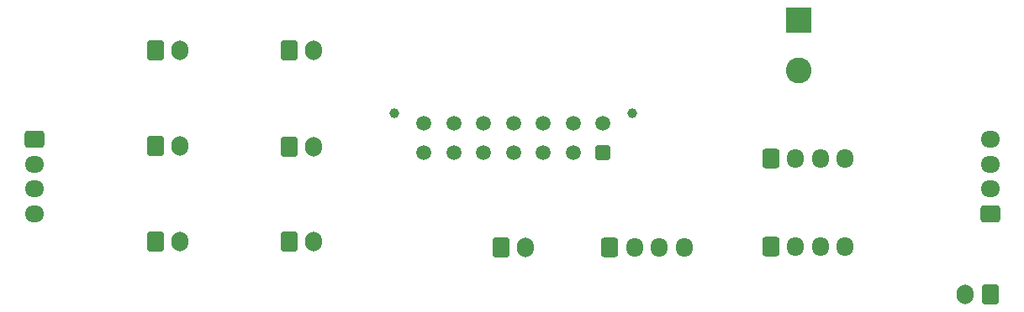
<source format=gbr>
%TF.GenerationSoftware,KiCad,Pcbnew,(6.0.0)*%
%TF.CreationDate,2022-01-12T18:20:28+01:00*%
%TF.ProjectId,Frame_PCB,4672616d-655f-4504-9342-2e6b69636164,rev?*%
%TF.SameCoordinates,Original*%
%TF.FileFunction,Soldermask,Top*%
%TF.FilePolarity,Negative*%
%FSLAX46Y46*%
G04 Gerber Fmt 4.6, Leading zero omitted, Abs format (unit mm)*
G04 Created by KiCad (PCBNEW (6.0.0)) date 2022-01-12 18:20:28*
%MOMM*%
%LPD*%
G01*
G04 APERTURE LIST*
G04 Aperture macros list*
%AMRoundRect*
0 Rectangle with rounded corners*
0 $1 Rounding radius*
0 $2 $3 $4 $5 $6 $7 $8 $9 X,Y pos of 4 corners*
0 Add a 4 corners polygon primitive as box body*
4,1,4,$2,$3,$4,$5,$6,$7,$8,$9,$2,$3,0*
0 Add four circle primitives for the rounded corners*
1,1,$1+$1,$2,$3*
1,1,$1+$1,$4,$5*
1,1,$1+$1,$6,$7*
1,1,$1+$1,$8,$9*
0 Add four rect primitives between the rounded corners*
20,1,$1+$1,$2,$3,$4,$5,0*
20,1,$1+$1,$4,$5,$6,$7,0*
20,1,$1+$1,$6,$7,$8,$9,0*
20,1,$1+$1,$8,$9,$2,$3,0*%
G04 Aperture macros list end*
%ADD10C,1.000000*%
%ADD11RoundRect,0.250000X0.500000X0.500000X-0.500000X0.500000X-0.500000X-0.500000X0.500000X-0.500000X0*%
%ADD12C,1.500000*%
%ADD13RoundRect,0.250000X0.600000X0.750000X-0.600000X0.750000X-0.600000X-0.750000X0.600000X-0.750000X0*%
%ADD14O,1.700000X2.000000*%
%ADD15RoundRect,0.250000X-0.600000X-0.750000X0.600000X-0.750000X0.600000X0.750000X-0.600000X0.750000X0*%
%ADD16RoundRect,0.250000X-0.600000X-0.725000X0.600000X-0.725000X0.600000X0.725000X-0.600000X0.725000X0*%
%ADD17O,1.700000X1.950000*%
%ADD18R,2.600000X2.600000*%
%ADD19C,2.600000*%
%ADD20RoundRect,0.250000X-0.725000X0.600000X-0.725000X-0.600000X0.725000X-0.600000X0.725000X0.600000X0*%
%ADD21O,1.950000X1.700000*%
%ADD22RoundRect,0.250000X0.725000X-0.600000X0.725000X0.600000X-0.725000X0.600000X-0.725000X-0.600000X0*%
G04 APERTURE END LIST*
D10*
%TO.C,J1*%
X88000000Y-95689000D03*
X112000000Y-95689000D03*
D11*
X109000000Y-99629000D03*
D12*
X106000000Y-99629000D03*
X103000000Y-99629000D03*
X100000000Y-99629000D03*
X97000000Y-99629000D03*
X94000000Y-99629000D03*
X91000000Y-99629000D03*
X109000000Y-96629000D03*
X106000000Y-96629000D03*
X103000000Y-96629000D03*
X100000000Y-96629000D03*
X97000000Y-96629000D03*
X94000000Y-96629000D03*
X91000000Y-96629000D03*
%TD*%
D13*
%TO.C,J9*%
X148006000Y-113970000D03*
D14*
X145506000Y-113970000D03*
%TD*%
D15*
%TO.C,J3*%
X77414000Y-99001000D03*
D14*
X79914000Y-99001000D03*
%TD*%
D15*
%TO.C,J4*%
X77394000Y-108636000D03*
D14*
X79894000Y-108636000D03*
%TD*%
D15*
%TO.C,J6*%
X77414000Y-89332000D03*
D14*
X79914000Y-89332000D03*
%TD*%
D15*
%TO.C,J7*%
X63932000Y-89332000D03*
D14*
X66432000Y-89332000D03*
%TD*%
D16*
%TO.C,J2*%
X109712000Y-109161000D03*
D17*
X112212000Y-109161000D03*
X114712000Y-109161000D03*
X117212000Y-109161000D03*
%TD*%
D18*
%TO.C,J5*%
X128753000Y-86279000D03*
D19*
X128753000Y-91359000D03*
%TD*%
D15*
%TO.C,J10*%
X63932000Y-108636000D03*
D14*
X66432000Y-108636000D03*
%TD*%
D15*
%TO.C,J8*%
X63932000Y-98984000D03*
D14*
X66432000Y-98984000D03*
%TD*%
D16*
%TO.C,J17*%
X125908000Y-100254000D03*
D17*
X128408000Y-100254000D03*
X130908000Y-100254000D03*
X133408000Y-100254000D03*
%TD*%
D20*
%TO.C,J14*%
X51723000Y-98282000D03*
D21*
X51723000Y-100782000D03*
X51723000Y-103282000D03*
X51723000Y-105782000D03*
%TD*%
D15*
%TO.C,J11*%
X98750000Y-109161000D03*
D14*
X101250000Y-109161000D03*
%TD*%
D22*
%TO.C,J16*%
X148006000Y-105782000D03*
D21*
X148006000Y-103282000D03*
X148006000Y-100782000D03*
X148006000Y-98282000D03*
%TD*%
D16*
%TO.C,J15*%
X125908000Y-109144000D03*
D17*
X128408000Y-109144000D03*
X130908000Y-109144000D03*
X133408000Y-109144000D03*
%TD*%
M02*

</source>
